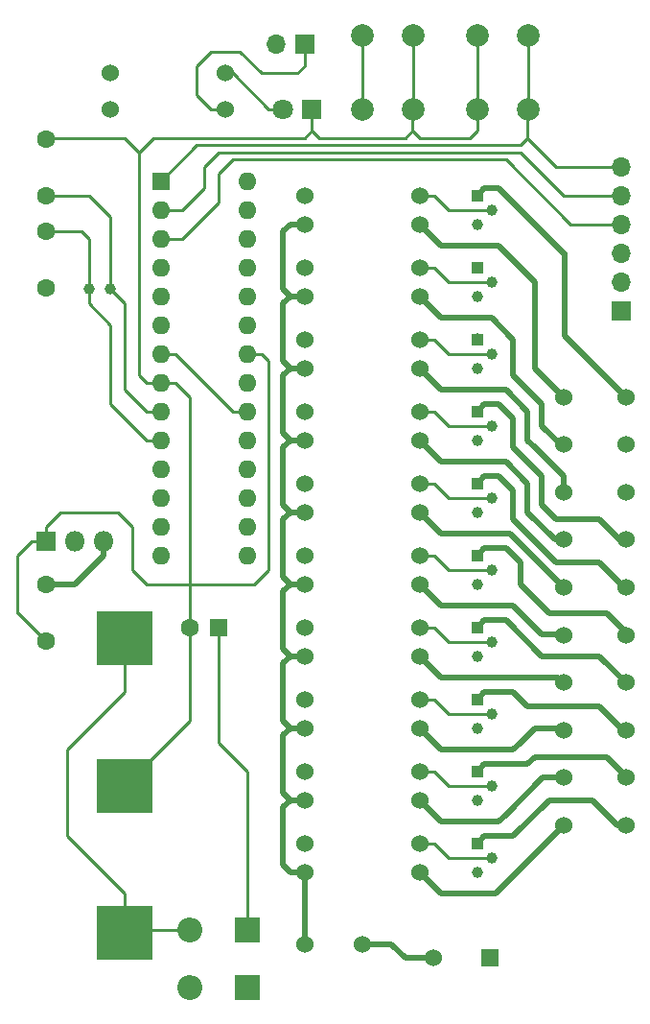
<source format=gbr>
G04 #@! TF.FileFunction,Copper,L1,Top,Signal*
%FSLAX46Y46*%
G04 Gerber Fmt 4.6, Leading zero omitted, Abs format (unit mm)*
G04 Created by KiCad (PCBNEW 4.0.3+e1-6302~38~ubuntu14.04.1-stable) date Fri Mar 24 19:53:49 2017*
%MOMM*%
%LPD*%
G01*
G04 APERTURE LIST*
%ADD10C,0.100000*%
%ADD11C,1.600000*%
%ADD12R,5.000000X4.700000*%
%ADD13R,1.800000X1.800000*%
%ADD14O,1.800000X1.800000*%
%ADD15C,2.000000*%
%ADD16C,1.524000*%
%ADD17R,1.600000X1.600000*%
%ADD18O,1.600000X1.600000*%
%ADD19C,1.000000*%
%ADD20R,1.000000X1.000000*%
%ADD21R,2.200000X2.200000*%
%ADD22O,2.200000X2.200000*%
%ADD23C,1.800000*%
%ADD24R,1.700000X1.700000*%
%ADD25O,1.700000X1.700000*%
%ADD26R,1.524000X1.524000*%
%ADD27C,0.250000*%
%ADD28C,0.500000*%
G04 APERTURE END LIST*
D10*
D11*
X110490000Y-96520000D03*
X110490000Y-101520000D03*
D12*
X117475000Y-127300000D03*
X117475000Y-114300000D03*
X117475000Y-101300000D03*
D13*
X110490000Y-92710000D03*
D14*
X113030000Y-92710000D03*
X115570000Y-92710000D03*
D15*
X153090000Y-54610000D03*
X148590000Y-54610000D03*
X153090000Y-48110000D03*
X148590000Y-48110000D03*
D16*
X138430000Y-128270000D03*
X133350000Y-128270000D03*
D17*
X120650000Y-60960000D03*
D18*
X128270000Y-93980000D03*
X120650000Y-63500000D03*
X128270000Y-91440000D03*
X120650000Y-66040000D03*
X128270000Y-88900000D03*
X120650000Y-68580000D03*
X128270000Y-86360000D03*
X120650000Y-71120000D03*
X128270000Y-83820000D03*
X120650000Y-73660000D03*
X128270000Y-81280000D03*
X120650000Y-76200000D03*
X128270000Y-78740000D03*
X120650000Y-78740000D03*
X128270000Y-76200000D03*
X120650000Y-81280000D03*
X128270000Y-73660000D03*
X120650000Y-83820000D03*
X128270000Y-71120000D03*
X120650000Y-86360000D03*
X128270000Y-68580000D03*
X120650000Y-88900000D03*
X128270000Y-66040000D03*
X120650000Y-91440000D03*
X128270000Y-63500000D03*
X120650000Y-93980000D03*
X128270000Y-60960000D03*
D15*
X142930000Y-54610000D03*
X138430000Y-54610000D03*
X142930000Y-48110000D03*
X138430000Y-48110000D03*
D19*
X149860000Y-120650000D03*
X148590000Y-121920000D03*
D20*
X148590000Y-119380000D03*
D21*
X128270000Y-127000000D03*
D22*
X123190000Y-127000000D03*
D13*
X133985000Y-54610000D03*
D23*
X131445000Y-54610000D03*
D19*
X149860000Y-114300000D03*
X148590000Y-115570000D03*
D20*
X148590000Y-113030000D03*
D19*
X149860000Y-107950000D03*
X148590000Y-109220000D03*
D20*
X148590000Y-106680000D03*
D19*
X149860000Y-101600000D03*
X148590000Y-102870000D03*
D20*
X148590000Y-100330000D03*
D19*
X149860000Y-95250000D03*
X148590000Y-96520000D03*
D20*
X148590000Y-93980000D03*
D19*
X149860000Y-88900000D03*
X148590000Y-90170000D03*
D20*
X148590000Y-87630000D03*
D19*
X149860000Y-82550000D03*
X148590000Y-83820000D03*
D20*
X148590000Y-81280000D03*
D19*
X149860000Y-76200000D03*
X148590000Y-77470000D03*
D20*
X148590000Y-74930000D03*
D19*
X149860000Y-69850000D03*
X148590000Y-71120000D03*
D20*
X148590000Y-68580000D03*
D19*
X149860000Y-63500000D03*
X148590000Y-64770000D03*
D20*
X148590000Y-62230000D03*
D16*
X126365000Y-54610000D03*
X116205000Y-54610000D03*
X126365000Y-51435000D03*
X116205000Y-51435000D03*
X133350000Y-121920000D03*
X143510000Y-121920000D03*
X133350000Y-115570000D03*
X143510000Y-115570000D03*
X133350000Y-109220000D03*
X143510000Y-109220000D03*
X133350000Y-102870000D03*
X143510000Y-102870000D03*
X133350000Y-96520000D03*
X143510000Y-96520000D03*
X133350000Y-90170000D03*
X143510000Y-90170000D03*
X133350000Y-83820000D03*
X143510000Y-83820000D03*
X133350000Y-77470000D03*
X143510000Y-77470000D03*
X133350000Y-71120000D03*
X143510000Y-71120000D03*
X133350000Y-64770000D03*
X143510000Y-64770000D03*
D19*
X116205000Y-70485000D03*
X114305000Y-70485000D03*
D16*
X133350000Y-119380000D03*
X143510000Y-119380000D03*
X133350000Y-113030000D03*
X143510000Y-113030000D03*
X133350000Y-106680000D03*
X143510000Y-106680000D03*
X133350000Y-100330000D03*
X143510000Y-100330000D03*
X133350000Y-93980000D03*
X143510000Y-93980000D03*
X133350000Y-87630000D03*
X143510000Y-87630000D03*
X133350000Y-81280000D03*
X143510000Y-81280000D03*
X133350000Y-74930000D03*
X143510000Y-74930000D03*
X133350000Y-68580000D03*
X143510000Y-68580000D03*
X133350000Y-62230000D03*
X143510000Y-62230000D03*
D24*
X161290000Y-72390000D03*
D25*
X161290000Y-69850000D03*
X161290000Y-67310000D03*
X161290000Y-64770000D03*
X161290000Y-62230000D03*
X161290000Y-59690000D03*
D24*
X133350000Y-48895000D03*
D25*
X130810000Y-48895000D03*
D16*
X156210000Y-80010000D03*
X161710000Y-80010000D03*
X156210000Y-84210000D03*
X161710000Y-84210000D03*
X156210000Y-88410000D03*
X161710000Y-88410000D03*
X156210000Y-92610000D03*
X161710000Y-92610000D03*
X156210000Y-96810000D03*
X161710000Y-96810000D03*
X156210000Y-101010000D03*
X161710000Y-101010000D03*
X156210000Y-105210000D03*
X161710000Y-105210000D03*
X156210000Y-109410000D03*
X161710000Y-109410000D03*
X156210000Y-113610000D03*
X161710000Y-113610000D03*
X156210000Y-117810000D03*
X161710000Y-117810000D03*
X144740000Y-129530000D03*
D26*
X149740000Y-129530000D03*
D11*
X110490000Y-62230000D03*
X110490000Y-57230000D03*
X110490000Y-65405000D03*
X110490000Y-70405000D03*
D17*
X125730000Y-100330000D03*
D11*
X123230000Y-100330000D03*
D21*
X128270000Y-132080000D03*
D22*
X123190000Y-132080000D03*
D27*
X123190000Y-127000000D02*
X117775000Y-127000000D01*
X117775000Y-127000000D02*
X117475000Y-127300000D01*
X117475000Y-127300000D02*
X117475000Y-123825000D01*
X117475000Y-106045000D02*
X117475000Y-101300000D01*
X112395000Y-111125000D02*
X117475000Y-106045000D01*
X112395000Y-118745000D02*
X112395000Y-111125000D01*
X117475000Y-123825000D02*
X112395000Y-118745000D01*
X146050000Y-57150000D02*
X147955000Y-57150000D01*
X148590000Y-56515000D02*
X148590000Y-54610000D01*
X147955000Y-57150000D02*
X148590000Y-56515000D01*
X142240000Y-57150000D02*
X142875000Y-56515000D01*
X142875000Y-56515000D02*
X142875000Y-54665000D01*
X143510000Y-57150000D02*
X146050000Y-57150000D01*
X142875000Y-56515000D02*
X143510000Y-57150000D01*
X142875000Y-54665000D02*
X142930000Y-54610000D01*
X110490000Y-92710000D02*
X110490000Y-91440000D01*
X116840000Y-90170000D02*
X118110000Y-91440000D01*
X111760000Y-90170000D02*
X116840000Y-90170000D01*
X110490000Y-91440000D02*
X111760000Y-90170000D01*
X118110000Y-91440000D02*
X118110000Y-95250000D01*
X107950000Y-99060000D02*
X108030000Y-99060000D01*
X108030000Y-99060000D02*
X110490000Y-101520000D01*
X110490000Y-92710000D02*
X109220000Y-92710000D01*
X107950000Y-93980000D02*
X107950000Y-99060000D01*
X109220000Y-92710000D02*
X107950000Y-93980000D01*
X110410000Y-101600000D02*
X110490000Y-101520000D01*
X123190000Y-132080000D02*
X122255000Y-132080000D01*
X110410000Y-101600000D02*
X110490000Y-101520000D01*
X123230000Y-100330000D02*
X123230000Y-96520000D01*
X123230000Y-100330000D02*
X123230000Y-108545000D01*
X123230000Y-108545000D02*
X117475000Y-114300000D01*
X119380000Y-96520000D02*
X123230000Y-96520000D01*
X118110000Y-95250000D02*
X119380000Y-96520000D01*
X125730000Y-96520000D02*
X123230000Y-96520000D01*
X129540000Y-76200000D02*
X130175000Y-76835000D01*
X128270000Y-76200000D02*
X129540000Y-76200000D01*
X127000000Y-96520000D02*
X125730000Y-96520000D01*
X130175000Y-76835000D02*
X130175000Y-94615000D01*
X130175000Y-94615000D02*
X130175000Y-95250000D01*
X130175000Y-95250000D02*
X128905000Y-96520000D01*
X128905000Y-96520000D02*
X127000000Y-96520000D01*
X123230000Y-96520000D02*
X123190000Y-96520000D01*
X123190000Y-96520000D02*
X123230000Y-96520000D01*
X123230000Y-96520000D02*
X123230000Y-94020000D01*
X121920000Y-78740000D02*
X120650000Y-78740000D01*
X123190000Y-92710000D02*
X123190000Y-80010000D01*
X123190000Y-80010000D02*
X121920000Y-78740000D01*
X123230000Y-94020000D02*
X123190000Y-93980000D01*
X123190000Y-93980000D02*
X123190000Y-92710000D01*
X118745000Y-58420000D02*
X117475000Y-57150000D01*
X117475000Y-57150000D02*
X110570000Y-57150000D01*
X110570000Y-57150000D02*
X110490000Y-57230000D01*
X118745000Y-58420000D02*
X120015000Y-57150000D01*
X120650000Y-78740000D02*
X119380000Y-78740000D01*
X118745000Y-78105000D02*
X118745000Y-58420000D01*
X119380000Y-78740000D02*
X118745000Y-78105000D01*
X117475000Y-57150000D02*
X110570000Y-57150000D01*
X110570000Y-57150000D02*
X110490000Y-57230000D01*
X120650000Y-57150000D02*
X123190000Y-57150000D01*
X126365000Y-57150000D02*
X123190000Y-57150000D01*
X133350000Y-57150000D02*
X126365000Y-57150000D01*
X133985000Y-56515000D02*
X133350000Y-57150000D01*
X120015000Y-57150000D02*
X120650000Y-57150000D01*
X133985000Y-55880000D02*
X133985000Y-54610000D01*
X133985000Y-56515000D02*
X134620000Y-57150000D01*
X134620000Y-57150000D02*
X142240000Y-57150000D01*
X133985000Y-55245000D02*
X133985000Y-55880000D01*
X133985000Y-55880000D02*
X133985000Y-56515000D01*
X148590000Y-48110000D02*
X148590000Y-54610000D01*
X142930000Y-48110000D02*
X142930000Y-54610000D01*
D28*
X133350000Y-128270000D02*
X133350000Y-121920000D01*
X133350000Y-115570000D02*
X132080000Y-115570000D01*
X131445000Y-114935000D02*
X132080000Y-115570000D01*
X132080000Y-115570000D02*
X131445000Y-116205000D01*
X132080000Y-121920000D02*
X131445000Y-121285000D01*
X131445000Y-116205000D02*
X131445000Y-121285000D01*
X133350000Y-121920000D02*
X132080000Y-121920000D01*
X133350000Y-109220000D02*
X132080000Y-109220000D01*
X131445000Y-108585000D02*
X132080000Y-109220000D01*
X132080000Y-109220000D02*
X131445000Y-109855000D01*
X133350000Y-102870000D02*
X132080000Y-102870000D01*
X131445000Y-102235000D02*
X132080000Y-102870000D01*
X132080000Y-102870000D02*
X131445000Y-103505000D01*
X133350000Y-96520000D02*
X132080000Y-96520000D01*
X131445000Y-95885000D02*
X132080000Y-96520000D01*
X132080000Y-96520000D02*
X131445000Y-97155000D01*
X133350000Y-90170000D02*
X132080000Y-90170000D01*
X131445000Y-89535000D02*
X132080000Y-90170000D01*
X132080000Y-90170000D02*
X131445000Y-90805000D01*
X133350000Y-77470000D02*
X132080000Y-77470000D01*
X131445000Y-76835000D02*
X132080000Y-77470000D01*
X131445000Y-78105000D02*
X131445000Y-78740000D01*
X132080000Y-77470000D02*
X131445000Y-78105000D01*
X131445000Y-83185000D02*
X132080000Y-83820000D01*
X131445000Y-83185000D02*
X131445000Y-78740000D01*
X132080000Y-83820000D02*
X131445000Y-84455000D01*
X133350000Y-83820000D02*
X132080000Y-83820000D01*
X132080000Y-71120000D02*
X133350000Y-71120000D01*
X131445000Y-70485000D02*
X132080000Y-71120000D01*
X132080000Y-71120000D02*
X131445000Y-71755000D01*
X131445000Y-114300000D02*
X131445000Y-114935000D01*
X131445000Y-109855000D02*
X131445000Y-114300000D01*
X131445000Y-107950000D02*
X131445000Y-108585000D01*
X131445000Y-103505000D02*
X131445000Y-107950000D01*
X131445000Y-101600000D02*
X131445000Y-97155000D01*
X131445000Y-102235000D02*
X131445000Y-101600000D01*
X131445000Y-95885000D02*
X131445000Y-90805000D01*
X131445000Y-89535000D02*
X131445000Y-84455000D01*
X131445000Y-76835000D02*
X131445000Y-71755000D01*
X131445000Y-70485000D02*
X131445000Y-65405000D01*
X132080000Y-64770000D02*
X131445000Y-65405000D01*
X133350000Y-64770000D02*
X132080000Y-64770000D01*
X115570000Y-92710000D02*
X115570000Y-93980000D01*
X113030000Y-96520000D02*
X110490000Y-96520000D01*
X115570000Y-93980000D02*
X113030000Y-96520000D01*
D27*
X128270000Y-114300000D02*
X128270000Y-113030000D01*
X125730000Y-110490000D02*
X125730000Y-100330000D01*
X128270000Y-113030000D02*
X125730000Y-110490000D01*
X128270000Y-127000000D02*
X128270000Y-114300000D01*
X127635000Y-49530000D02*
X125095000Y-49530000D01*
X133350000Y-48895000D02*
X133350000Y-50800000D01*
X133350000Y-50800000D02*
X132715000Y-51435000D01*
X132715000Y-51435000D02*
X129540000Y-51435000D01*
X129540000Y-51435000D02*
X127635000Y-49530000D01*
X125095000Y-49530000D02*
X123825000Y-50800000D01*
X123825000Y-50800000D02*
X123825000Y-53340000D01*
X123825000Y-53340000D02*
X125095000Y-54610000D01*
X125095000Y-54610000D02*
X126365000Y-54610000D01*
X120650000Y-76200000D02*
X121920000Y-76200000D01*
X121920000Y-76200000D02*
X127000000Y-81280000D01*
X127000000Y-81280000D02*
X128270000Y-81280000D01*
X131445000Y-54610000D02*
X130175000Y-54610000D01*
X130175000Y-54610000D02*
X127000000Y-51435000D01*
X127000000Y-51435000D02*
X126365000Y-51435000D01*
X153035000Y-57150000D02*
X153035000Y-54665000D01*
X153035000Y-54665000D02*
X153090000Y-54610000D01*
X151765000Y-57785000D02*
X152400000Y-57785000D01*
X155575000Y-59690000D02*
X156845000Y-59690000D01*
X153035000Y-57150000D02*
X155575000Y-59690000D01*
X152400000Y-57785000D02*
X153035000Y-57150000D01*
X153035000Y-54665000D02*
X153090000Y-54610000D01*
X149860000Y-57785000D02*
X151765000Y-57785000D01*
X156845000Y-59690000D02*
X158170000Y-59690000D01*
X161290000Y-59690000D02*
X158170000Y-59690000D01*
X120650000Y-60960000D02*
X123825000Y-57785000D01*
X123825000Y-57785000D02*
X124460000Y-57785000D01*
X124460000Y-57785000D02*
X149860000Y-57785000D01*
X153090000Y-54610000D02*
X153090000Y-48110000D01*
X151765000Y-58420000D02*
X152400000Y-58420000D01*
X152400000Y-58420000D02*
X156210000Y-62230000D01*
X150495000Y-58420000D02*
X151765000Y-58420000D01*
X161290000Y-62230000D02*
X156210000Y-62230000D01*
X120650000Y-63500000D02*
X122555000Y-63500000D01*
X122555000Y-63500000D02*
X124460000Y-61595000D01*
X124460000Y-61595000D02*
X124460000Y-59690000D01*
X124460000Y-59690000D02*
X125730000Y-58420000D01*
X125730000Y-58420000D02*
X150495000Y-58420000D01*
X122555000Y-63500000D02*
X124460000Y-61595000D01*
X149860000Y-59055000D02*
X151130000Y-59055000D01*
X151130000Y-59055000D02*
X156845000Y-64770000D01*
X161290000Y-64770000D02*
X156845000Y-64770000D01*
X120650000Y-66040000D02*
X122555000Y-66040000D01*
X125730000Y-62865000D02*
X125730000Y-62230000D01*
X122555000Y-66040000D02*
X125730000Y-62865000D01*
X125730000Y-62230000D02*
X125730000Y-61595000D01*
X149860000Y-59055000D02*
X127000000Y-59055000D01*
X127000000Y-59055000D02*
X125730000Y-60325000D01*
X125730000Y-60325000D02*
X125730000Y-61595000D01*
X120650000Y-66040000D02*
X121285000Y-66040000D01*
X149860000Y-120650000D02*
X146050000Y-120650000D01*
X144780000Y-119380000D02*
X143510000Y-119380000D01*
X146050000Y-120650000D02*
X144780000Y-119380000D01*
X143510000Y-113030000D02*
X144780000Y-113030000D01*
X146050000Y-114300000D02*
X149860000Y-114300000D01*
X144780000Y-113030000D02*
X146050000Y-114300000D01*
X143510000Y-106680000D02*
X144780000Y-106680000D01*
X146050000Y-107950000D02*
X149860000Y-107950000D01*
X144780000Y-106680000D02*
X146050000Y-107950000D01*
X143510000Y-100330000D02*
X144780000Y-100330000D01*
X146050000Y-101600000D02*
X149860000Y-101600000D01*
X144780000Y-100330000D02*
X146050000Y-101600000D01*
X143510000Y-93980000D02*
X144780000Y-93980000D01*
X146050000Y-95250000D02*
X149860000Y-95250000D01*
X144780000Y-93980000D02*
X146050000Y-95250000D01*
X143510000Y-87630000D02*
X144780000Y-87630000D01*
X146050000Y-88900000D02*
X149860000Y-88900000D01*
X144780000Y-87630000D02*
X146050000Y-88900000D01*
X143510000Y-81280000D02*
X144780000Y-81280000D01*
X146050000Y-82550000D02*
X149860000Y-82550000D01*
X144780000Y-81280000D02*
X146050000Y-82550000D01*
X143510000Y-74930000D02*
X144780000Y-74930000D01*
X146050000Y-76200000D02*
X149860000Y-76200000D01*
X144780000Y-74930000D02*
X146050000Y-76200000D01*
X143510000Y-68580000D02*
X144780000Y-68580000D01*
X146050000Y-69850000D02*
X149860000Y-69850000D01*
X144780000Y-68580000D02*
X146050000Y-69850000D01*
X143510000Y-62230000D02*
X144780000Y-62230000D01*
X146050000Y-63500000D02*
X149860000Y-63500000D01*
X144780000Y-62230000D02*
X146050000Y-63500000D01*
D28*
X144740000Y-129530000D02*
X142250000Y-129530000D01*
X140990000Y-128270000D02*
X138430000Y-128270000D01*
X142250000Y-129530000D02*
X140990000Y-128270000D01*
D27*
X138430000Y-54610000D02*
X138430000Y-48110000D01*
D28*
X156210000Y-84210000D02*
X155965000Y-84210000D01*
X155965000Y-84210000D02*
X154305000Y-82550000D01*
X154305000Y-82550000D02*
X154305000Y-80645000D01*
X154305000Y-80645000D02*
X151765000Y-78105000D01*
X151765000Y-78105000D02*
X151765000Y-74930000D01*
X151765000Y-74930000D02*
X149860000Y-73025000D01*
X149860000Y-73025000D02*
X145415000Y-73025000D01*
X145415000Y-73025000D02*
X143510000Y-71120000D01*
X143510000Y-71120000D02*
X143510000Y-71330000D01*
X145415000Y-79375000D02*
X143510000Y-77470000D01*
X151130000Y-79375000D02*
X145415000Y-79375000D01*
X153035000Y-81280000D02*
X151130000Y-79375000D01*
X153035000Y-81280000D02*
X153035000Y-83820000D01*
X153035000Y-83820000D02*
X153670000Y-84455000D01*
X156210000Y-86995000D02*
X153670000Y-84455000D01*
X156210000Y-88410000D02*
X156210000Y-86995000D01*
X155475000Y-92610000D02*
X156210000Y-92610000D01*
X153035000Y-90170000D02*
X155475000Y-92610000D01*
X153035000Y-87630000D02*
X153035000Y-90170000D01*
X151130000Y-85725000D02*
X153035000Y-87630000D01*
X145415000Y-85725000D02*
X151130000Y-85725000D01*
X143510000Y-83820000D02*
X145415000Y-85725000D01*
X155575000Y-92610000D02*
X156210000Y-92610000D01*
X151475000Y-92075000D02*
X156210000Y-96810000D01*
X145415000Y-92075000D02*
X151475000Y-92075000D01*
X143510000Y-90170000D02*
X145415000Y-92075000D01*
X143510000Y-90170000D02*
X143510000Y-90330000D01*
X156165000Y-100965000D02*
X156210000Y-101010000D01*
X154305000Y-100965000D02*
X156165000Y-100965000D01*
X151765000Y-98425000D02*
X154305000Y-100965000D01*
X151130000Y-98425000D02*
X151765000Y-98425000D01*
X156165000Y-100965000D02*
X156210000Y-101010000D01*
X154305000Y-100965000D02*
X156165000Y-100965000D01*
X153035000Y-99695000D02*
X154305000Y-100965000D01*
X151765000Y-98425000D02*
X153035000Y-99695000D01*
X145415000Y-98425000D02*
X151130000Y-98425000D01*
X143510000Y-96520000D02*
X145415000Y-98425000D01*
X143510000Y-96520000D02*
X143510000Y-96830000D01*
X143510000Y-102870000D02*
X145415000Y-104775000D01*
X145415000Y-104775000D02*
X155775000Y-104775000D01*
X155775000Y-104775000D02*
X156210000Y-105210000D01*
X156210000Y-105210000D02*
X156010000Y-105210000D01*
X145415000Y-111125000D02*
X151765000Y-111125000D01*
X144780000Y-110490000D02*
X145415000Y-111125000D01*
X143510000Y-109220000D02*
X144780000Y-110490000D01*
X151765000Y-111125000D02*
X152400000Y-110490000D01*
X152400000Y-110490000D02*
X153670000Y-109220000D01*
X156020000Y-109220000D02*
X156210000Y-109410000D01*
X153670000Y-109220000D02*
X156020000Y-109220000D01*
X150495000Y-117475000D02*
X151130000Y-116840000D01*
X145415000Y-117475000D02*
X150495000Y-117475000D01*
X144780000Y-116840000D02*
X145415000Y-117475000D01*
X154360000Y-113610000D02*
X156210000Y-113610000D01*
X151130000Y-116840000D02*
X154360000Y-113610000D01*
X143510000Y-115570000D02*
X144780000Y-116840000D01*
X143510000Y-115830000D02*
X143510000Y-115570000D01*
X150195000Y-123825000D02*
X156210000Y-117810000D01*
X145415000Y-123825000D02*
X150195000Y-123825000D01*
X144780000Y-123190000D02*
X145415000Y-123825000D01*
X143510000Y-121920000D02*
X144780000Y-123190000D01*
X148590000Y-74930000D02*
X148590000Y-74590000D01*
X151765000Y-81915000D02*
X151765000Y-84455000D01*
X151765000Y-84455000D02*
X152400000Y-85090000D01*
X149225000Y-80645000D02*
X148590000Y-81280000D01*
X150495000Y-80645000D02*
X149225000Y-80645000D01*
X151765000Y-81915000D02*
X150495000Y-80645000D01*
X154305000Y-86995000D02*
X152400000Y-85090000D01*
X154305000Y-89535000D02*
X154305000Y-86995000D01*
X155575000Y-90805000D02*
X154305000Y-89535000D01*
X159385000Y-90805000D02*
X155575000Y-90805000D01*
X161190000Y-92610000D02*
X159385000Y-90805000D01*
X161710000Y-92610000D02*
X161190000Y-92610000D01*
X149225000Y-86995000D02*
X148590000Y-87630000D01*
X150495000Y-86995000D02*
X149225000Y-86995000D01*
X151765000Y-88265000D02*
X150495000Y-86995000D01*
X151765000Y-90805000D02*
X151765000Y-88265000D01*
X155575000Y-94615000D02*
X151765000Y-90805000D01*
X159385000Y-94615000D02*
X155575000Y-94615000D01*
X161580000Y-96810000D02*
X159385000Y-94615000D01*
X161710000Y-96810000D02*
X161580000Y-96810000D01*
X149225000Y-93345000D02*
X148590000Y-93980000D01*
X151130000Y-93345000D02*
X149225000Y-93345000D01*
X152400000Y-94615000D02*
X151130000Y-93345000D01*
X152400000Y-96520000D02*
X152400000Y-94615000D01*
X154940000Y-99060000D02*
X152400000Y-96520000D01*
X160020000Y-99060000D02*
X154940000Y-99060000D01*
X161710000Y-100750000D02*
X160020000Y-99060000D01*
X161710000Y-101010000D02*
X161710000Y-100750000D01*
X149225000Y-99695000D02*
X148590000Y-100330000D01*
X151130000Y-99695000D02*
X149225000Y-99695000D01*
X154305000Y-102870000D02*
X151130000Y-99695000D01*
X159385000Y-102870000D02*
X154305000Y-102870000D01*
X161710000Y-105195000D02*
X159385000Y-102870000D01*
X161710000Y-105210000D02*
X161710000Y-105195000D01*
X149225000Y-106045000D02*
X148590000Y-106680000D01*
X151765000Y-106045000D02*
X149225000Y-106045000D01*
X153035000Y-107315000D02*
X151765000Y-106045000D01*
X159385000Y-107315000D02*
X153035000Y-107315000D01*
X161480000Y-109410000D02*
X159385000Y-107315000D01*
X161710000Y-109410000D02*
X161480000Y-109410000D01*
X149225000Y-112395000D02*
X148590000Y-113030000D01*
X153035000Y-112395000D02*
X149225000Y-112395000D01*
X153670000Y-111760000D02*
X153035000Y-112395000D01*
X160020000Y-111760000D02*
X153670000Y-111760000D01*
X161710000Y-113450000D02*
X160020000Y-111760000D01*
X161710000Y-113610000D02*
X161710000Y-113450000D01*
X149225000Y-118745000D02*
X148590000Y-119380000D01*
X151765000Y-118745000D02*
X149225000Y-118745000D01*
X154940000Y-115570000D02*
X151765000Y-118745000D01*
X158750000Y-115570000D02*
X154940000Y-115570000D01*
X160990000Y-117810000D02*
X158750000Y-115570000D01*
X161710000Y-117810000D02*
X160990000Y-117810000D01*
X156210000Y-80010000D02*
X153670000Y-77470000D01*
X145415000Y-66675000D02*
X143510000Y-64770000D01*
X150495000Y-66675000D02*
X145415000Y-66675000D01*
X153670000Y-69850000D02*
X150495000Y-66675000D01*
X153670000Y-77470000D02*
X153670000Y-69850000D01*
X143510000Y-64770000D02*
X143950000Y-64770000D01*
X156362500Y-72390000D02*
X156362500Y-74662500D01*
X156362500Y-74662500D02*
X161710000Y-80010000D01*
X156362500Y-72390000D02*
X156362500Y-67310000D01*
X150495000Y-61595000D02*
X156362500Y-67462500D01*
X156210000Y-67310000D02*
X156362500Y-67310000D01*
X156362500Y-67462500D02*
X156210000Y-67310000D01*
X150495000Y-61595000D02*
X149225000Y-61595000D01*
X149225000Y-61595000D02*
X148590000Y-62230000D01*
X148590000Y-62230000D02*
X148590000Y-62090000D01*
D27*
X116205000Y-70485000D02*
X117475000Y-71755000D01*
X119380000Y-81280000D02*
X120650000Y-81280000D01*
X117475000Y-79375000D02*
X119380000Y-81280000D01*
X117475000Y-71755000D02*
X117475000Y-79375000D01*
X116205000Y-64135000D02*
X116205000Y-70485000D01*
X114300000Y-62230000D02*
X113665000Y-62230000D01*
X116205000Y-64135000D02*
X114300000Y-62230000D01*
X113665000Y-62230000D02*
X110490000Y-62230000D01*
X114305000Y-70485000D02*
X114305000Y-71760000D01*
X114305000Y-71760000D02*
X116205000Y-73660000D01*
X114300000Y-66040000D02*
X114300000Y-70480000D01*
X114300000Y-70480000D02*
X114305000Y-70485000D01*
X114300000Y-66040000D02*
X113665000Y-65405000D01*
X110490000Y-65405000D02*
X113665000Y-65405000D01*
X120650000Y-83820000D02*
X119380000Y-83820000D01*
X119380000Y-83820000D02*
X116205000Y-80645000D01*
X116205000Y-73660000D02*
X116205000Y-80645000D01*
M02*

</source>
